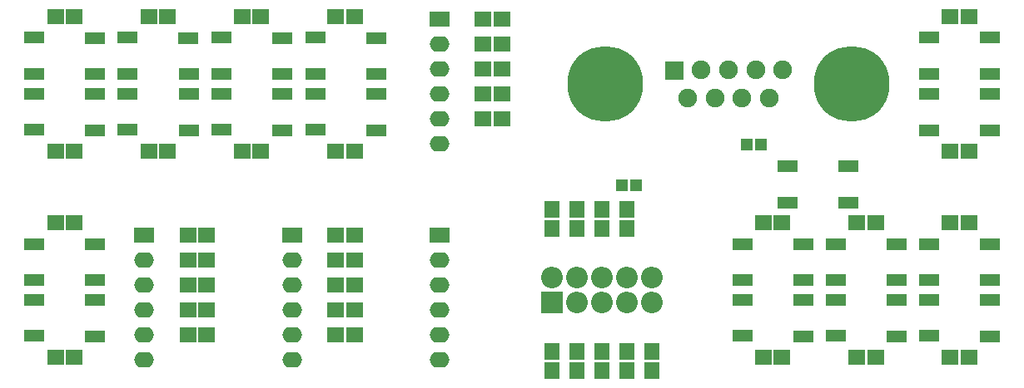
<source format=gts>
G04 #@! TF.FileFunction,Soldermask,Top*
%FSLAX46Y46*%
G04 Gerber Fmt 4.6, Leading zero omitted, Abs format (unit mm)*
G04 Created by KiCad (PCBNEW 4.0.6) date 08/12/17 18:49:30*
%MOMM*%
%LPD*%
G01*
G04 APERTURE LIST*
%ADD10C,0.100000*%
%ADD11R,1.200000X1.150000*%
%ADD12R,2.000000X1.300000*%
%ADD13C,7.700000*%
%ADD14R,2.000000X1.600000*%
%ADD15O,2.000000X1.600000*%
%ADD16R,1.900000X1.900000*%
%ADD17C,1.900000*%
%ADD18R,2.200000X2.200000*%
%ADD19O,2.200000X2.200000*%
%ADD20R,1.700000X1.500000*%
%ADD21R,1.500000X1.700000*%
G04 APERTURE END LIST*
D10*
D11*
X81175000Y-39600000D03*
X82625000Y-39600000D03*
D12*
X118600000Y-51250000D03*
X112414662Y-54934132D03*
X118600000Y-54950000D03*
X112400000Y-51250000D03*
X109100000Y-51250000D03*
X102914662Y-54934132D03*
X109100000Y-54950000D03*
X102900000Y-51250000D03*
X112400000Y-49250000D03*
X118585338Y-45565868D03*
X112400000Y-45550000D03*
X118600000Y-49250000D03*
X102900000Y-49250000D03*
X109085338Y-45565868D03*
X102900000Y-45550000D03*
X109100000Y-49250000D03*
X99600000Y-51250000D03*
X93414662Y-54934132D03*
X99600000Y-54950000D03*
X93400000Y-51250000D03*
X93400000Y-49250000D03*
X99585338Y-45565868D03*
X93400000Y-45550000D03*
X99600000Y-49250000D03*
X46600000Y-30250000D03*
X40414662Y-33934132D03*
X46600000Y-33950000D03*
X40400000Y-30250000D03*
X40400000Y-28250000D03*
X46585338Y-24565868D03*
X40400000Y-24550000D03*
X46600000Y-28250000D03*
X37100000Y-30250000D03*
X30914662Y-33934132D03*
X37100000Y-33950000D03*
X30900000Y-30250000D03*
X27600000Y-30250000D03*
X21414662Y-33934132D03*
X27600000Y-33950000D03*
X21400000Y-30250000D03*
X30900000Y-28250000D03*
X37085338Y-24565868D03*
X30900000Y-24550000D03*
X37100000Y-28250000D03*
X21400000Y-28250000D03*
X27585338Y-24565868D03*
X21400000Y-24550000D03*
X27600000Y-28250000D03*
X27600000Y-51250000D03*
X21414662Y-54934132D03*
X27600000Y-54950000D03*
X21400000Y-51250000D03*
X21400000Y-49250000D03*
X27585338Y-45565868D03*
X21400000Y-45550000D03*
X27600000Y-49250000D03*
X50000000Y-28250000D03*
X56185338Y-24565868D03*
X50000000Y-24550000D03*
X56200000Y-28250000D03*
X56200000Y-30250000D03*
X50014662Y-33934132D03*
X56200000Y-33950000D03*
X50000000Y-30250000D03*
X98000000Y-41350000D03*
X104185338Y-37665868D03*
X98000000Y-37650000D03*
X104200000Y-41350000D03*
D11*
X93875000Y-35400000D03*
X95325000Y-35400000D03*
D13*
X104500000Y-29250000D03*
X79500000Y-29250000D03*
D14*
X62600000Y-44650000D03*
D15*
X62600000Y-47190000D03*
X62600000Y-49730000D03*
X62600000Y-52270000D03*
X62600000Y-54810000D03*
X62600000Y-57350000D03*
D14*
X62600000Y-22650000D03*
D15*
X62600000Y-25190000D03*
X62600000Y-27730000D03*
X62600000Y-30270000D03*
X62600000Y-32810000D03*
X62600000Y-35350000D03*
D14*
X32600000Y-44650000D03*
D15*
X32600000Y-47190000D03*
X32600000Y-49730000D03*
X32600000Y-52270000D03*
X32600000Y-54810000D03*
X32600000Y-57350000D03*
D16*
X86540000Y-27855000D03*
D17*
X89230000Y-27830000D03*
X92000000Y-27830000D03*
X94770000Y-27830000D03*
X97540000Y-27830000D03*
X87845000Y-30670000D03*
X90615000Y-30670000D03*
X93385000Y-30670000D03*
X96155000Y-30670000D03*
D14*
X47600000Y-44650000D03*
D15*
X47600000Y-47190000D03*
X47600000Y-49730000D03*
X47600000Y-52270000D03*
X47600000Y-54810000D03*
X47600000Y-57350000D03*
D18*
X74020000Y-51520000D03*
D19*
X76560000Y-51520000D03*
X79100000Y-51520000D03*
X81640000Y-51520000D03*
X84180000Y-51520000D03*
X74020000Y-48980000D03*
X76560000Y-48980000D03*
X79100000Y-48980000D03*
X81640000Y-48980000D03*
X84180000Y-48980000D03*
D12*
X112400000Y-33950000D03*
X118585338Y-30265868D03*
X112400000Y-30250000D03*
X118600000Y-33950000D03*
X118600000Y-24550000D03*
X112414662Y-28234132D03*
X118600000Y-28250000D03*
X112400000Y-24550000D03*
D20*
X116450000Y-57100000D03*
X114550000Y-57100000D03*
X106950000Y-57100000D03*
X105050000Y-57100000D03*
X116450000Y-43400000D03*
X114550000Y-43400000D03*
X106950000Y-43400000D03*
X105050000Y-43400000D03*
X97450000Y-57100000D03*
X95550000Y-57100000D03*
X97450000Y-43400000D03*
X95550000Y-43400000D03*
X44450000Y-36100000D03*
X42550000Y-36100000D03*
X44450000Y-22400000D03*
X42550000Y-22400000D03*
X34950000Y-36100000D03*
X33050000Y-36100000D03*
X25450000Y-36100000D03*
X23550000Y-36100000D03*
X34950000Y-22400000D03*
X33050000Y-22400000D03*
X25450000Y-22400000D03*
X23550000Y-22400000D03*
X25450000Y-43400000D03*
X23550000Y-43400000D03*
X25450000Y-57100000D03*
X23550000Y-57100000D03*
X53950000Y-22400000D03*
X52050000Y-22400000D03*
X53950000Y-36100000D03*
X52050000Y-36100000D03*
X38948400Y-52260500D03*
X37048400Y-52260500D03*
X67045800Y-30264100D03*
X68945800Y-30264100D03*
X53947100Y-52260500D03*
X52047100Y-52260500D03*
D21*
X84175600Y-56542900D03*
X84175600Y-58442900D03*
D20*
X116450000Y-22400000D03*
X114550000Y-22400000D03*
X116450000Y-36100000D03*
X114550000Y-36100000D03*
D21*
X81635600Y-56542900D03*
X81635600Y-58442900D03*
X79095600Y-56542900D03*
X79095600Y-58442900D03*
X74015600Y-56545400D03*
X74015600Y-58445400D03*
X74015600Y-42039500D03*
X74015600Y-43939500D03*
X79095600Y-42039500D03*
X79095600Y-43939500D03*
X76555600Y-42039500D03*
X76555600Y-43939500D03*
X81635600Y-42039500D03*
X81635600Y-43939500D03*
X76555600Y-56542900D03*
X76555600Y-58442900D03*
D20*
X68945800Y-22644100D03*
X67045800Y-22644100D03*
X68945800Y-32804100D03*
X67045800Y-32804100D03*
X67045800Y-25184100D03*
X68945800Y-25184100D03*
X67045800Y-27724100D03*
X68945800Y-27724100D03*
X38950000Y-44640500D03*
X37050000Y-44640500D03*
X38948400Y-54800500D03*
X37048400Y-54800500D03*
X37050000Y-47180500D03*
X38950000Y-47180500D03*
X37048400Y-49720500D03*
X38948400Y-49720500D03*
X53947100Y-44640500D03*
X52047100Y-44640500D03*
X53947100Y-54800500D03*
X52047100Y-54800500D03*
X53947100Y-47180500D03*
X52047100Y-47180500D03*
X53947100Y-49720500D03*
X52047100Y-49720500D03*
M02*

</source>
